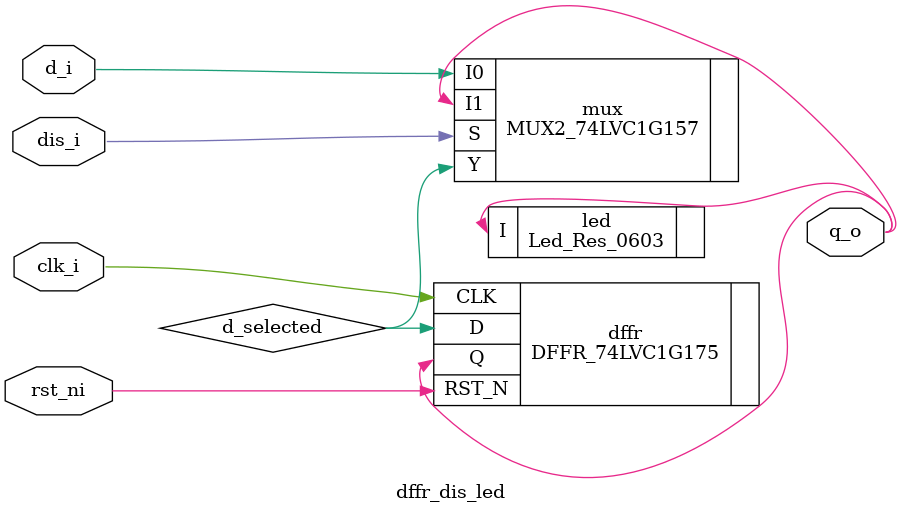
<source format=v>

module dffr_dis_led (
  input  dis_i,
  input  clk_i,
  input  rst_ni,
  input  d_i,
  output q_o
);
  wire d_selected;

  MUX2_74LVC1G157 mux (
    .I0 ( d_i        ),
    .I1 ( q_o        ),
    .S  ( dis_i      ),
    .Y  ( d_selected )
  );

  DFFR_74LVC1G175 dffr (
    .CLK   ( clk_i      ),
    .D     ( d_selected ),
    .RST_N ( rst_ni     ),
    .Q     ( q_o        )
  );

  Led_Res_0603 led (
    .I   ( q_o )
  );
endmodule

</source>
